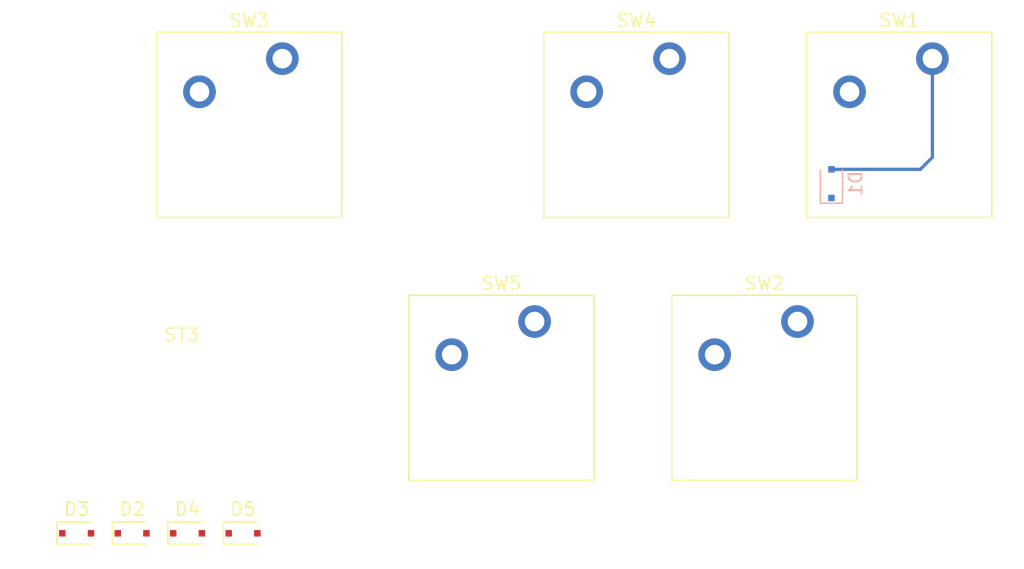
<source format=kicad_pcb>
(kicad_pcb (version 20211014) (generator pcbnew)
  (layers (0 "F.Cu" signal) (31 "B.Cu" signal) (34 "B.Paste" user) (35 "F.Paste" user) (36 "B.SilkS" user "B.Silkscreen") (37 "F.SilkS" user "F.Silkscreen") (38 "B.Mask" user) (39 "F.Mask" user) (44 "Edge.Cuts" user))
  (net 0 "")
  (net 1 "COL0")
  (net 2 "COL1")
  (net 3 "COL2")
  (net 4 "N$1")
  (net 5 "N$2")
  (net 6 "N$3")
  (net 7 "N$4")
  (net 8 "N$5")
  (net 9 "ROW0")
  (net 10 "ROW1")
  (footprint "Diode_SMD:D_SOD-323F" (layer "F.Cu") (at 8.5 0)
    (fp_text reference "D2" (at 0 -1.85) (layer "F.SilkS"))
    (fp_text value "D")
    (fp_line (start -1.5 -0.85) (end 1.05 -0.85) (layer "F.SilkS") (width 0.12))
    (fp_line (start -1.5 -0.85) (end -1.5 0.85) (layer "F.SilkS") (width 0.12))
    (fp_line (start -1.5 0.85) (end 1.05 0.85) (layer "F.SilkS") (width 0.12))
    (pad "1" smd rect locked (at -1.1 0) (size 0.5 0.5) (layers "F.Cu" "F.Paste" "F.Mask") (net 10 "ROW1"))
    (pad "2" smd rect locked (at 1.1 0) (size 0.5 0.5) (layers "F.Cu" "F.Paste" "F.Mask") (net 5 "N$2"))
  )
  (footprint "Diode_SMD:D_SOD-323F" (layer "F.Cu") (at 4.25 0)
    (fp_text reference "D3" (at 0 -1.85) (layer "F.SilkS"))
    (fp_text value "D")
    (fp_line (start -1.5 -0.85) (end 1.05 -0.85) (layer "F.SilkS") (width 0.12))
    (fp_line (start -1.5 0.85) (end 1.05 0.85) (layer "F.SilkS") (width 0.12))
    (fp_line (start -1.5 -0.85) (end -1.5 0.85) (layer "F.SilkS") (width 0.12))
    (pad "1" smd rect locked (at -1.1 0) (size 0.5 0.5) (layers "F.Cu" "F.Paste" "F.Mask") (net 9 "ROW0"))
    (pad "2" smd rect locked (at 1.1 0) (size 0.5 0.5) (layers "F.Cu" "F.Paste" "F.Mask") (net 6 "N$3"))
  )
  (footprint "Diode_SMD:D_SOD-323F" (layer "F.Cu") (at 12.75 0)
    (fp_text reference "D4" (at 0 -1.85) (layer "F.SilkS"))
    (fp_text value "D")
    (fp_line (start -1.5 -0.85) (end 1.05 -0.85) (layer "F.SilkS") (width 0.12))
    (fp_line (start -1.5 -0.85) (end -1.5 0.85) (layer "F.SilkS") (width 0.12))
    (fp_line (start -1.5 0.85) (end 1.05 0.85) (layer "F.SilkS") (width 0.12))
    (pad "1" smd rect locked (at -1.1 0) (size 0.5 0.5) (layers "F.Cu" "F.Paste" "F.Mask") (net 10 "ROW1"))
    (pad "2" smd rect locked (at 1.1 0) (size 0.5 0.5) (layers "F.Cu" "F.Paste" "F.Mask") (net 7 "N$4"))
  )
  (footprint "Diode_SMD:D_SOD-323F" (layer "F.Cu") (at 17 0)
    (fp_text reference "D5" (at 0 -1.85) (layer "F.SilkS"))
    (fp_text value "D")
    (fp_line (start -1.5 0.85) (end 1.05 0.85) (layer "F.SilkS") (width 0.12))
    (fp_line (start -1.5 -0.85) (end -1.5 0.85) (layer "F.SilkS") (width 0.12))
    (fp_line (start -1.5 -0.85) (end 1.05 -0.85) (layer "F.SilkS") (width 0.12))
    (pad "1" smd rect locked (at -1.1 0) (size 0.5 0.5) (layers "F.Cu" "F.Paste" "F.Mask") (net 10 "ROW1"))
    (pad "2" smd rect locked (at 1.1 0) (size 0.5 0.5) (layers "F.Cu" "F.Paste" "F.Mask") (net 8 "N$5"))
  )
  (footprint "Mounting_Keyboard_Stabilizer:Stabilizer_Cherry_MX_2u" (layer "F.Cu") (at 12.306899 -12.216001)
    (fp_text reference "ST3" (at 0 -3) (layer "F.SilkS"))
    (fp_text value "MountingHole")
    (pad "" np_thru_hole circle locked (at 11.938 8.255) (size 3.9878 3.9878) (drill 3.9878) (layers *.Cu *.Mask))
    (pad "" np_thru_hole circle locked (at -11.938 -6.985) (size 3.048 3.048) (drill 3.048) (layers *.Cu *.Mask))
    (pad "" np_thru_hole circle locked (at 11.938 -6.985) (size 3.048 3.048) (drill 3.048) (layers *.Cu *.Mask))
    (pad "" np_thru_hole circle locked (at -11.938 8.255) (size 3.9878 3.9878) (drill 3.9878) (layers *.Cu *.Mask))
  )
  (footprint "Switch_Keyboard_Cherry_MX:SW_Cherry_MX_PCB_1.00u" (layer "F.Cu") (at 67.3 -31.3)
    (fp_text reference "SW1" (at 0 -8) (layer "F.SilkS"))
    (fp_text value "SW_Push")
    (fp_line (start -7.1 -7.1) (end -7.1 7.1) (layer "F.SilkS") (width 0.12))
    (fp_line (start 7.1 7.1) (end 7.1 -7.1) (layer "F.SilkS") (width 0.12))
    (fp_line (start 7.1 -7.1) (end -7.1 -7.1) (layer "F.SilkS") (width 0.12))
    (fp_line (start -7.1 7.1) (end 7.1 7.1) (layer "F.SilkS") (width 0.12))
    (pad "" np_thru_hole circle locked (at 5.08 0) (size 1.75 1.75) (drill 1.75) (layers *.Cu *.Mask))
    (pad "" np_thru_hole circle locked (at -5.08 0) (size 1.75 1.75) (drill 1.75) (layers *.Cu *.Mask))
    (pad "" np_thru_hole circle locked (at 0 0) (size 4 4) (drill 4) (layers *.Cu *.Mask))
    (pad "1" thru_hole circle locked (at -3.81 -2.54) (size 2.5 2.5) (drill 1.5) (layers *.Cu "B.Mask") (net 1 "COL0"))
    (pad "2" thru_hole circle locked (at 2.54 -5.08) (size 2.5 2.5) (drill 1.5) (layers *.Cu "B.Mask") (net 4 "N$1"))
  )
  (footprint "Switch_Keyboard_Cherry_MX:SW_Cherry_MX_PCB_1.00u" (layer "F.Cu") (at 56.96 -11.15)
    (fp_text reference "SW2" (at 0 -8) (layer "F.SilkS"))
    (fp_text value "SW_Push")
    (fp_line (start -7.1 7.1) (end 7.1 7.1) (layer "F.SilkS") (width 0.12))
    (fp_line (start 7.1 -7.1) (end -7.1 -7.1) (layer "F.SilkS") (width 0.12))
    (fp_line (start 7.1 7.1) (end 7.1 -7.1) (layer "F.SilkS") (width 0.12))
    (fp_line (start -7.1 -7.1) (end -7.1 7.1) (layer "F.SilkS") (width 0.12))
    (pad "" np_thru_hole circle locked (at -5.08 0) (size 1.75 1.75) (drill 1.75) (layers *.Cu *.Mask))
    (pad "" np_thru_hole circle locked (at 5.08 0) (size 1.75 1.75) (drill 1.75) (layers *.Cu *.Mask))
    (pad "" np_thru_hole circle locked (at 0 0) (size 4 4) (drill 4) (layers *.Cu *.Mask))
    (pad "1" thru_hole circle locked (at -3.81 -2.54) (size 2.5 2.5) (drill 1.5) (layers *.Cu "B.Mask") (net 1 "COL0"))
    (pad "2" thru_hole circle locked (at 2.54 -5.08) (size 2.5 2.5) (drill 1.5) (layers *.Cu "B.Mask") (net 5 "N$2"))
  )
  (footprint "Switch_Keyboard_Cherry_MX:SW_Cherry_MX_PCB_2.00u" (layer "F.Cu") (at 17.475 -31.3)
    (fp_text reference "SW3" (at 0 -8) (layer "F.SilkS"))
    (fp_text value "SW_Push")
    (fp_line (start -7.1 -7.1) (end -7.1 7.1) (layer "F.SilkS") (width 0.12))
    (fp_line (start -7.1 7.1) (end 7.1 7.1) (layer "F.SilkS") (width 0.12))
    (fp_line (start 7.1 7.1) (end 7.1 -7.1) (layer "F.SilkS") (width 0.12))
    (fp_line (start 7.1 -7.1) (end -7.1 -7.1) (layer "F.SilkS") (width 0.12))
    (pad "" np_thru_hole circle locked (at 0 0) (size 4 4) (drill 4) (layers *.Cu *.Mask))
    (pad "" np_thru_hole circle locked (at 5.08 0) (size 1.75 1.75) (drill 1.75) (layers *.Cu *.Mask))
    (pad "" np_thru_hole circle locked (at -5.08 0) (size 1.75 1.75) (drill 1.75) (layers *.Cu *.Mask))
    (pad "1" thru_hole circle locked (at -3.81 -2.54) (size 2.5 2.5) (drill 1.5) (layers *.Cu "B.Mask") (net 2 "COL1"))
    (pad "2" thru_hole circle locked (at 2.54 -5.08) (size 2.5 2.5) (drill 1.5) (layers *.Cu "B.Mask") (net 6 "N$3"))
  )
  (footprint "Switch_Keyboard_Cherry_MX:SW_Cherry_MX_PCB_1.00u" (layer "F.Cu") (at 47.15 -31.3)
    (fp_text reference "SW4" (at 0 -8) (layer "F.SilkS"))
    (fp_text value "SW_Push")
    (fp_line (start -7.1 7.1) (end 7.1 7.1) (layer "F.SilkS") (width 0.12))
    (fp_line (start -7.1 -7.1) (end -7.1 7.1) (layer "F.SilkS") (width 0.12))
    (fp_line (start 7.1 7.1) (end 7.1 -7.1) (layer "F.SilkS") (width 0.12))
    (fp_line (start 7.1 -7.1) (end -7.1 -7.1) (layer "F.SilkS") (width 0.12))
    (pad "" np_thru_hole circle locked (at 0 0) (size 4 4) (drill 4) (layers *.Cu *.Mask))
    (pad "" np_thru_hole circle locked (at -5.08 0) (size 1.75 1.75) (drill 1.75) (layers *.Cu *.Mask))
    (pad "" np_thru_hole circle locked (at 5.08 0) (size 1.75 1.75) (drill 1.75) (layers *.Cu *.Mask))
    (pad "1" thru_hole circle locked (at -3.81 -2.54) (size 2.5 2.5) (drill 1.5) (layers *.Cu "B.Mask") (net 2 "COL1"))
    (pad "2" thru_hole circle locked (at 2.54 -5.08) (size 2.5 2.5) (drill 1.5) (layers *.Cu "B.Mask") (net 7 "N$4"))
  )
  (footprint "Switch_Keyboard_Cherry_MX:SW_Cherry_MX_PCB_1.00u" (layer "F.Cu") (at 36.81 -11.15)
    (fp_text reference "SW5" (at 0 -8) (layer "F.SilkS"))
    (fp_text value "SW_Push")
    (fp_line (start 7.1 7.1) (end 7.1 -7.1) (layer "F.SilkS") (width 0.12))
    (fp_line (start 7.1 -7.1) (end -7.1 -7.1) (layer "F.SilkS") (width 0.12))
    (fp_line (start -7.1 7.1) (end 7.1 7.1) (layer "F.SilkS") (width 0.12))
    (fp_line (start -7.1 -7.1) (end -7.1 7.1) (layer "F.SilkS") (width 0.12))
    (pad "" np_thru_hole circle locked (at 5.08 0) (size 1.75 1.75) (drill 1.75) (layers *.Cu *.Mask))
    (pad "" np_thru_hole circle locked (at 0 0) (size 4 4) (drill 4) (layers *.Cu *.Mask))
    (pad "" np_thru_hole circle locked (at -5.08 0) (size 1.75 1.75) (drill 1.75) (layers *.Cu *.Mask))
    (pad "1" thru_hole circle locked (at -3.81 -2.54) (size 2.5 2.5) (drill 1.5) (layers *.Cu "B.Mask") (net 3 "COL2"))
    (pad "2" thru_hole circle locked (at 2.54 -5.08) (size 2.5 2.5) (drill 1.5) (layers *.Cu "B.Mask") (net 8 "N$5"))
  )
  (footprint "Diode_SMD:D_SOD-323F" (layer "B.Cu") (at 62.103 -26.797 90)
    (fp_text reference "D1" (at 0 1.85 90) (layer "B.SilkS") (effects (justify mirror)))
    (fp_text value "D")
    (fp_line (start -1.5 -0.85) (end 1.05 -0.85) (layer "B.SilkS") (width 0.12))
    (fp_line (start -1.5 0.85) (end 1.05 0.85) (layer "B.SilkS") (width 0.12))
    (fp_line (start -1.5 0.85) (end -1.5 -0.85) (layer "B.SilkS") (width 0.12))
    (pad "1" smd rect locked (at -1.1 0 90) (size 0.5 0.5) (layers "B.Cu" "B.Paste" "B.Mask") (net 9 "ROW0"))
    (pad "2" smd rect locked (at 1.1 0 90) (size 0.5 0.5) (layers "B.Cu" "B.Paste" "B.Mask") (net 4 "N$1"))
  )
  (segment (start 69.84 -28.819) (end 69.84 -36.38) (width 0.25) (layer "B.Cu") (net 4))
  (segment (start 62.103 -27.897) (end 68.918 -27.897) (width 0.25) (layer "B.Cu") (net 4))
  (segment (start 68.918 -27.897) (end 69.84 -28.819) (width 0.25) (layer "B.Cu") (net 4))
)
</source>
